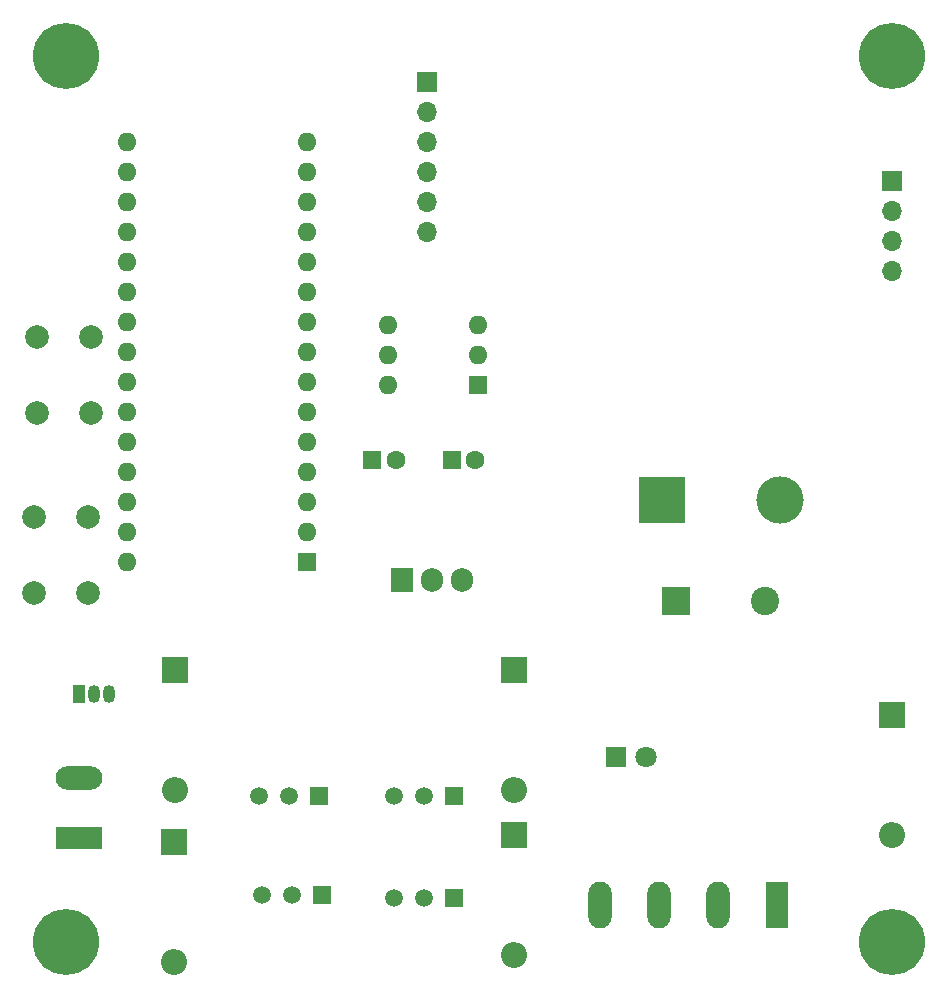
<source format=gbr>
%TF.GenerationSoftware,KiCad,Pcbnew,(5.1.8)-1*%
%TF.CreationDate,2021-07-28T15:43:51+02:00*%
%TF.ProjectId,MotherClock,4d6f7468-6572-4436-9c6f-636b2e6b6963,rev?*%
%TF.SameCoordinates,Original*%
%TF.FileFunction,Soldermask,Bot*%
%TF.FilePolarity,Negative*%
%FSLAX46Y46*%
G04 Gerber Fmt 4.6, Leading zero omitted, Abs format (unit mm)*
G04 Created by KiCad (PCBNEW (5.1.8)-1) date 2021-07-28 15:43:51*
%MOMM*%
%LPD*%
G01*
G04 APERTURE LIST*
%ADD10O,3.960000X1.980000*%
%ADD11R,3.960000X1.980000*%
%ADD12R,1.050000X1.500000*%
%ADD13O,1.050000X1.500000*%
%ADD14R,1.500000X1.500000*%
%ADD15C,1.500000*%
%ADD16O,1.700000X1.700000*%
%ADD17R,1.700000X1.700000*%
%ADD18C,2.400000*%
%ADD19R,2.400000X2.400000*%
%ADD20C,2.000000*%
%ADD21O,1.600000X1.600000*%
%ADD22R,1.600000X1.600000*%
%ADD23C,5.600000*%
%ADD24O,1.905000X2.000000*%
%ADD25R,1.905000X2.000000*%
%ADD26O,1.980000X3.960000*%
%ADD27R,1.980000X3.960000*%
%ADD28O,2.200000X2.200000*%
%ADD29R,2.200000X2.200000*%
%ADD30C,1.800000*%
%ADD31R,1.800000X1.800000*%
%ADD32C,4.000000*%
%ADD33R,4.000000X4.000000*%
%ADD34C,1.600000*%
G04 APERTURE END LIST*
D10*
%TO.C,J4*%
X121158000Y-131144000D03*
D11*
X121158000Y-136144000D03*
%TD*%
D12*
%TO.C,Q9*%
X121158000Y-123952000D03*
D13*
X123698000Y-123952000D03*
X122428000Y-123952000D03*
%TD*%
D14*
%TO.C,Q7*%
X141478000Y-132588000D03*
D15*
X136398000Y-132588000D03*
X138938000Y-132588000D03*
%TD*%
D14*
%TO.C,Q5*%
X152908000Y-132588000D03*
D15*
X147828000Y-132588000D03*
X150368000Y-132588000D03*
%TD*%
D14*
%TO.C,Q8*%
X141732000Y-140970000D03*
D15*
X136652000Y-140970000D03*
X139192000Y-140970000D03*
%TD*%
D14*
%TO.C,Q6*%
X152908000Y-141224000D03*
D15*
X147828000Y-141224000D03*
X150368000Y-141224000D03*
%TD*%
D16*
%TO.C,J3*%
X189992000Y-88138000D03*
X189992000Y-85598000D03*
X189992000Y-83058000D03*
D17*
X189992000Y-80518000D03*
%TD*%
D18*
%TO.C,C4*%
X179204000Y-116078000D03*
D19*
X171704000Y-116078000D03*
%TD*%
D20*
%TO.C,SW3*%
X117348000Y-108966000D03*
X121848000Y-108966000D03*
X117348000Y-115466000D03*
X121848000Y-115466000D03*
%TD*%
%TO.C,SW2*%
X117602000Y-93726000D03*
X122102000Y-93726000D03*
X117602000Y-100226000D03*
X122102000Y-100226000D03*
%TD*%
D21*
%TO.C,SW1*%
X147320000Y-97790000D03*
X154940000Y-92710000D03*
X147320000Y-95250000D03*
X154940000Y-95250000D03*
X147320000Y-92710000D03*
D22*
X154940000Y-97790000D03*
%TD*%
D23*
%TO.C,REF\u002A\u002A*%
X190000000Y-70000000D03*
%TD*%
%TO.C,REF\u002A\u002A*%
X120000000Y-70000000D03*
%TD*%
%TO.C,REF\u002A\u002A*%
X120000000Y-145000000D03*
%TD*%
%TO.C,REF\u002A\u002A*%
X190000000Y-145000000D03*
%TD*%
D24*
%TO.C,U1*%
X153543000Y-114300000D03*
X151003000Y-114300000D03*
D25*
X148463000Y-114300000D03*
%TD*%
D16*
%TO.C,J2*%
X150622000Y-84836000D03*
X150622000Y-82296000D03*
X150622000Y-79756000D03*
X150622000Y-77216000D03*
X150622000Y-74676000D03*
D17*
X150622000Y-72136000D03*
%TD*%
D26*
%TO.C,J1*%
X170260000Y-141859000D03*
X165260000Y-141859000D03*
X175260000Y-141859000D03*
D27*
X180260000Y-141859000D03*
%TD*%
D28*
%TO.C,D6*%
X189992000Y-135890000D03*
D29*
X189992000Y-125730000D03*
%TD*%
D30*
%TO.C,D5*%
X169164000Y-129286000D03*
D31*
X166624000Y-129286000D03*
%TD*%
D28*
%TO.C,D4*%
X129159000Y-146685000D03*
D29*
X129159000Y-136525000D03*
%TD*%
D28*
%TO.C,D3*%
X129286000Y-132080000D03*
D29*
X129286000Y-121920000D03*
%TD*%
D28*
%TO.C,D2*%
X157988000Y-146050000D03*
D29*
X157988000Y-135890000D03*
%TD*%
D28*
%TO.C,D1*%
X157988000Y-132080000D03*
D29*
X157988000Y-121920000D03*
%TD*%
D32*
%TO.C,C3*%
X180467000Y-107569000D03*
D33*
X170467000Y-107569000D03*
%TD*%
D34*
%TO.C,C2*%
X154686000Y-104140000D03*
D22*
X152686000Y-104140000D03*
%TD*%
D34*
%TO.C,C1*%
X147923000Y-104140000D03*
D22*
X145923000Y-104140000D03*
%TD*%
D21*
%TO.C,A1*%
X125222000Y-77216000D03*
X140462000Y-77216000D03*
X125222000Y-112776000D03*
X140462000Y-79756000D03*
X125222000Y-110236000D03*
X140462000Y-82296000D03*
X125222000Y-107696000D03*
X140462000Y-84836000D03*
X125222000Y-105156000D03*
X140462000Y-87376000D03*
X125222000Y-102616000D03*
X140462000Y-89916000D03*
X125222000Y-100076000D03*
X140462000Y-92456000D03*
X125222000Y-97536000D03*
X140462000Y-94996000D03*
X125222000Y-94996000D03*
X140462000Y-97536000D03*
X125222000Y-92456000D03*
X140462000Y-100076000D03*
X125222000Y-89916000D03*
X140462000Y-102616000D03*
X125222000Y-87376000D03*
X140462000Y-105156000D03*
X125222000Y-84836000D03*
X140462000Y-107696000D03*
X125222000Y-82296000D03*
X140462000Y-110236000D03*
X125222000Y-79756000D03*
D22*
X140462000Y-112776000D03*
%TD*%
M02*

</source>
